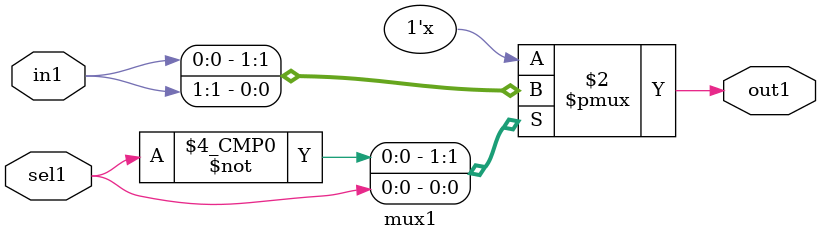
<source format=v>
module mux_8_1(o,i,s);
input [7:0]i;
input [2:0]s;
output o;
wire k[1:0];
mux inst0(k[0],i[3:0],s[1:0]);
mux inst1(k[1],i[7:4],s[1:0]);
mux1 inst2(o,{k[1],k[0]},s[2]);
endmodule

////4:1 Mux

module mux(out,in,sel);
input [3:0] in;
input[1:0] sel;
output reg out;
always @(*)
begin
 case(sel)
  2'b00:out=in[0];
  2'b01:out=in[1];
  2'b10:out=in[2];
  2'b11:out=in[3];
  default: out=2'bx;
 endcase
end
endmodule

//// 2:1 Mux

module mux1(out1,in1,sel1);
input [1:0]in1;
input sel1;
output reg out1;
always @(*)
begin
case(sel1)
1'b0:out1=in1[0];
1'b1:out1=in1[1];
default:out1=1'bx;
endcase
end
endmodule

</source>
